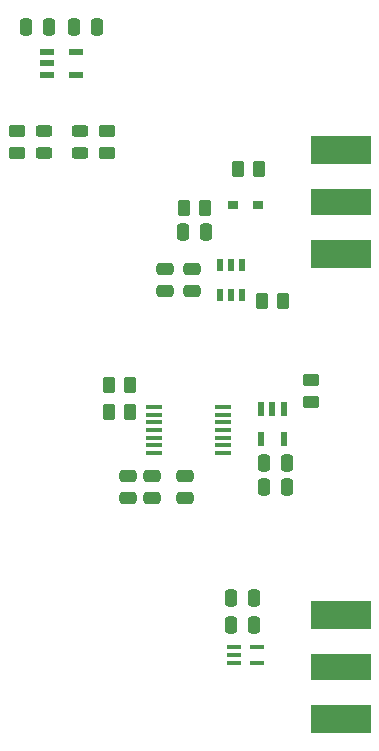
<source format=gtp>
%TF.GenerationSoftware,KiCad,Pcbnew,(6.0.10)*%
%TF.CreationDate,2025-05-12T09:08:36+02:00*%
%TF.ProjectId,Progetto Lidar,50726f67-6574-4746-9f20-4c696461722e,rev?*%
%TF.SameCoordinates,Original*%
%TF.FileFunction,Paste,Top*%
%TF.FilePolarity,Positive*%
%FSLAX46Y46*%
G04 Gerber Fmt 4.6, Leading zero omitted, Abs format (unit mm)*
G04 Created by KiCad (PCBNEW (6.0.10)) date 2025-05-12 09:08:36*
%MOMM*%
%LPD*%
G01*
G04 APERTURE LIST*
G04 Aperture macros list*
%AMRoundRect*
0 Rectangle with rounded corners*
0 $1 Rounding radius*
0 $2 $3 $4 $5 $6 $7 $8 $9 X,Y pos of 4 corners*
0 Add a 4 corners polygon primitive as box body*
4,1,4,$2,$3,$4,$5,$6,$7,$8,$9,$2,$3,0*
0 Add four circle primitives for the rounded corners*
1,1,$1+$1,$2,$3*
1,1,$1+$1,$4,$5*
1,1,$1+$1,$6,$7*
1,1,$1+$1,$8,$9*
0 Add four rect primitives between the rounded corners*
20,1,$1+$1,$2,$3,$4,$5,0*
20,1,$1+$1,$4,$5,$6,$7,0*
20,1,$1+$1,$6,$7,$8,$9,0*
20,1,$1+$1,$8,$9,$2,$3,0*%
G04 Aperture macros list end*
%ADD10RoundRect,0.250000X-0.250000X-0.475000X0.250000X-0.475000X0.250000X0.475000X-0.250000X0.475000X0*%
%ADD11R,5.080000X2.290000*%
%ADD12R,5.080000X2.420000*%
%ADD13R,0.550000X1.050000*%
%ADD14RoundRect,0.250000X-0.262500X-0.450000X0.262500X-0.450000X0.262500X0.450000X-0.262500X0.450000X0*%
%ADD15R,1.200000X0.400000*%
%ADD16R,1.200000X0.600000*%
%ADD17RoundRect,0.250000X0.250000X0.475000X-0.250000X0.475000X-0.250000X-0.475000X0.250000X-0.475000X0*%
%ADD18R,0.900000X0.800000*%
%ADD19RoundRect,0.250000X-0.450000X0.262500X-0.450000X-0.262500X0.450000X-0.262500X0.450000X0.262500X0*%
%ADD20RoundRect,0.243750X0.456250X-0.243750X0.456250X0.243750X-0.456250X0.243750X-0.456250X-0.243750X0*%
%ADD21R,1.475000X0.450000*%
%ADD22R,0.600000X1.200000*%
%ADD23RoundRect,0.250000X0.262500X0.450000X-0.262500X0.450000X-0.262500X-0.450000X0.262500X-0.450000X0*%
%ADD24RoundRect,0.250000X-0.475000X0.250000X-0.475000X-0.250000X0.475000X-0.250000X0.475000X0.250000X0*%
%ADD25RoundRect,0.250000X0.475000X-0.250000X0.475000X0.250000X-0.475000X0.250000X-0.475000X-0.250000X0*%
%ADD26RoundRect,0.250000X0.450000X-0.262500X0.450000X0.262500X-0.450000X0.262500X-0.450000X-0.262500X0*%
G04 APERTURE END LIST*
D10*
%TO.C,C12*%
X200472000Y-90932000D03*
X202372000Y-90932000D03*
%TD*%
D11*
%TO.C,J2*%
X206952000Y-68834000D03*
D12*
X206952000Y-73214000D03*
X206952000Y-64454000D03*
%TD*%
D13*
%TO.C,IC_4*%
X198628000Y-74138000D03*
X197678000Y-74138000D03*
X196728000Y-74138000D03*
X196728000Y-76738000D03*
X197678000Y-76738000D03*
X198628000Y-76738000D03*
%TD*%
D14*
%TO.C,R9*%
X187301500Y-86614000D03*
X189126500Y-86614000D03*
%TD*%
D15*
%TO.C,IC_3*%
X197932000Y-106538000D03*
X197932000Y-107188000D03*
X197932000Y-107838000D03*
X199832000Y-107838000D03*
X199832000Y-106538000D03*
%TD*%
D16*
%TO.C,IC_5*%
X182084000Y-56146000D03*
X182084000Y-57096000D03*
X182084000Y-58046000D03*
X184584000Y-58046000D03*
X184584000Y-56146000D03*
%TD*%
D11*
%TO.C,J1*%
X206952000Y-108204000D03*
D12*
X206952000Y-112584000D03*
X206952000Y-103824000D03*
%TD*%
D17*
%TO.C,C5*%
X199578000Y-102362000D03*
X197678000Y-102362000D03*
%TD*%
D18*
%TO.C,D3*%
X197832000Y-69088000D03*
X199932000Y-69088000D03*
%TD*%
D17*
%TO.C,C10*%
X195514000Y-71374000D03*
X193614000Y-71374000D03*
%TD*%
D19*
%TO.C,R3*%
X187198000Y-62841500D03*
X187198000Y-64666500D03*
%TD*%
D20*
%TO.C,D2*%
X184912000Y-64691500D03*
X184912000Y-62816500D03*
%TD*%
D21*
%TO.C,IC_1*%
X196994000Y-90088000D03*
X196994000Y-89438000D03*
X196994000Y-88788000D03*
X196994000Y-88138000D03*
X196994000Y-87488000D03*
X196994000Y-86838000D03*
X196994000Y-86188000D03*
X191118000Y-86188000D03*
X191118000Y-86838000D03*
X191118000Y-87488000D03*
X191118000Y-88138000D03*
X191118000Y-88788000D03*
X191118000Y-89438000D03*
X191118000Y-90088000D03*
%TD*%
D17*
%TO.C,C2*%
X186296000Y-53982000D03*
X184396000Y-53982000D03*
%TD*%
D22*
%TO.C,IC_2*%
X202118000Y-86380000D03*
X201168000Y-86380000D03*
X200218000Y-86380000D03*
X200218000Y-88880000D03*
X202118000Y-88880000D03*
%TD*%
D23*
%TO.C,R5*%
X195476500Y-69342000D03*
X193651500Y-69342000D03*
%TD*%
D24*
%TO.C,C11*%
X188976000Y-92014000D03*
X188976000Y-93914000D03*
%TD*%
D10*
%TO.C,C7*%
X200472000Y-92964000D03*
X202372000Y-92964000D03*
%TD*%
%TO.C,C1*%
X180332000Y-53982000D03*
X182232000Y-53982000D03*
%TD*%
D23*
%TO.C,R10*%
X202080500Y-77216000D03*
X200255500Y-77216000D03*
%TD*%
D24*
%TO.C,C4*%
X193802000Y-92014000D03*
X193802000Y-93914000D03*
%TD*%
D20*
%TO.C,D1*%
X181864000Y-64691500D03*
X181864000Y-62816500D03*
%TD*%
D25*
%TO.C,C6*%
X192090000Y-76388000D03*
X192090000Y-74488000D03*
%TD*%
D17*
%TO.C,C8*%
X199578000Y-104648000D03*
X197678000Y-104648000D03*
%TD*%
D25*
%TO.C,C9*%
X194376000Y-76388000D03*
X194376000Y-74488000D03*
%TD*%
D23*
%TO.C,R4*%
X200048500Y-66040000D03*
X198223500Y-66040000D03*
%TD*%
D26*
%TO.C,R1*%
X204470000Y-85748500D03*
X204470000Y-83923500D03*
%TD*%
D24*
%TO.C,C3*%
X191008000Y-92014000D03*
X191008000Y-93914000D03*
%TD*%
D23*
%TO.C,R6*%
X189126500Y-84328000D03*
X187301500Y-84328000D03*
%TD*%
D19*
%TO.C,R2*%
X179578000Y-62841500D03*
X179578000Y-64666500D03*
%TD*%
M02*

</source>
